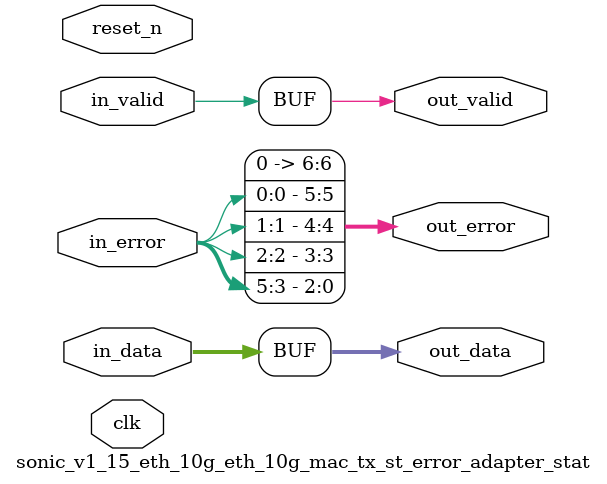
<source format=v>

`timescale 1ns / 100ps
module sonic_v1_15_eth_10g_eth_10g_mac_tx_st_error_adapter_stat (
    
      // Interface: clk
      input              clk,
      // Interface: reset
      input              reset_n,
      // Interface: in
      input              in_valid,
      input      [39: 0] in_data,
      input      [ 5: 0] in_error,
      // Interface: out
      output reg         out_valid,
      output reg [39: 0] out_data,
      output reg [ 6: 0] out_error
);



   // ---------------------------------------------------------------------
   //| Pass-through Mapping
   // ---------------------------------------------------------------------
   always @* begin
      out_valid = in_valid;
      out_data = in_data;

   end

   // ---------------------------------------------------------------------
   //| Error Mapping
   // ---------------------------------------------------------------------
   always @* begin
      out_error = 0;
      
      out_error[0] = in_error[3];   // undersize
      out_error[1] = in_error[4];   // oversize
      out_error[2] = in_error[5];   // payload_length
      out_error[3] = in_error[2];   // crc
      out_error[4] = in_error[1];   // underflow
      out_error[5] = in_error[0];   // user
   

   end
endmodule
</source>
